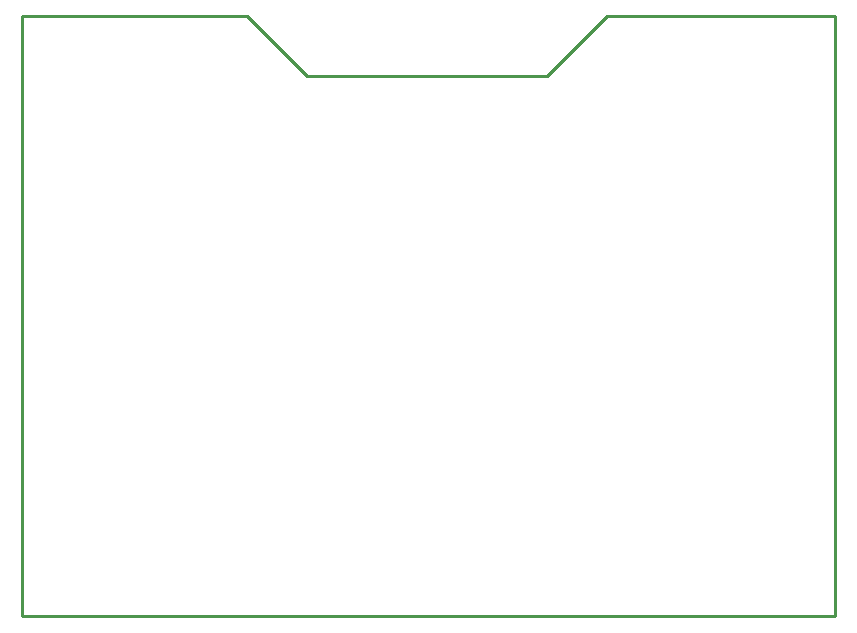
<source format=gbr>
G04 EAGLE Gerber RS-274X export*
G75*
%MOMM*%
%FSLAX34Y34*%
%LPD*%
%IN*%
%IPPOS*%
%AMOC8*
5,1,8,0,0,1.08239X$1,22.5*%
G01*
%ADD10C,0.254000*%


D10*
X0Y0D02*
X688340Y0D01*
X688340Y508000D01*
X495300Y508000D01*
X444500Y457200D01*
X241300Y457200D01*
X190500Y508000D01*
X0Y508000D01*
X0Y0D01*
M02*

</source>
